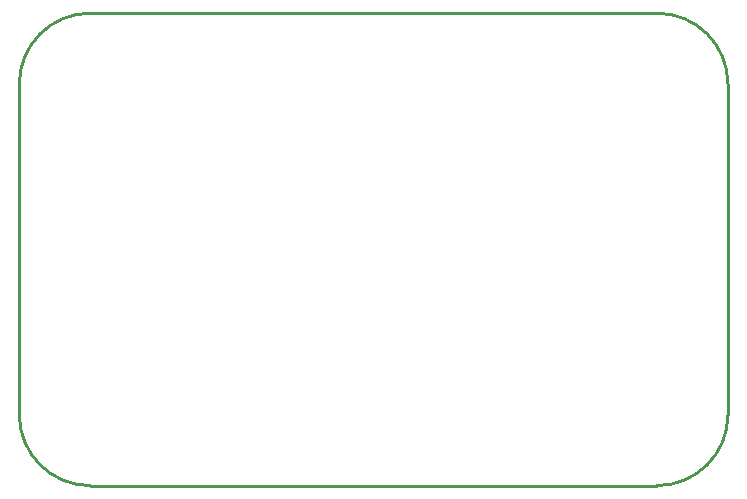
<source format=gko>
G04 Layer: BoardOutlineLayer*
G04 EasyEDA v6.5.23, 2023-05-02 21:24:27*
G04 e18e553d63b247878dc8903f2d5500c8,4f913e99b9844981aeab8c69eabd27f9,10*
G04 Gerber Generator version 0.2*
G04 Scale: 100 percent, Rotated: No, Reflected: No *
G04 Dimensions in millimeters *
G04 leading zeros omitted , absolute positions ,4 integer and 5 decimal *
%FSLAX45Y45*%
%MOMM*%

%ADD10C,0.2540*%
D10*
X5999988Y-599998D02*
G01*
X5999988Y-3399993D01*
X0Y-3399993D02*
G01*
X0Y-599998D01*
X5399989Y-3999992D02*
G01*
X599998Y-3999992D01*
X599998Y0D02*
G01*
X5399989Y0D01*
G75*
G01*
X5399989Y0D02*
G02*
X5999988Y-599999I0J-599999D01*
G75*
G01*
X5999988Y-3399993D02*
G02*
X5399989Y-3999992I-599999J0D01*
G75*
G01*
X599999Y-3999992D02*
G02*
X0Y-3399993I0J599999D01*
G75*
G01*
X0Y-599999D02*
G02*
X599999Y0I599999J0D01*

%LPD*%
M02*

</source>
